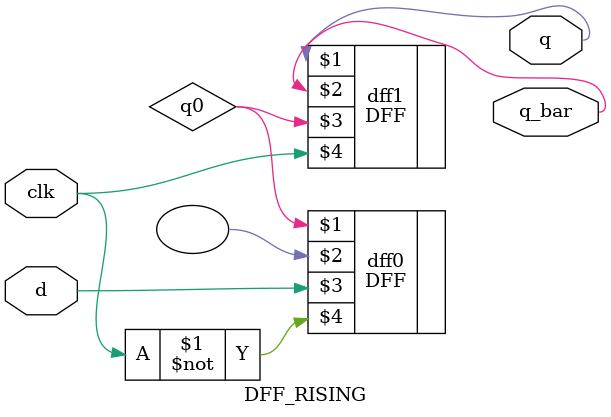
<source format=v>
module DFF_RISING(q,q_bar,d,clk);
   input d,clk;
   output q,q_bar;
   DFF dff0(q0,,d,~clk);
   DFF dff1(q,q_bar,q0,clk);
endmodule // DFF_RISING

</source>
